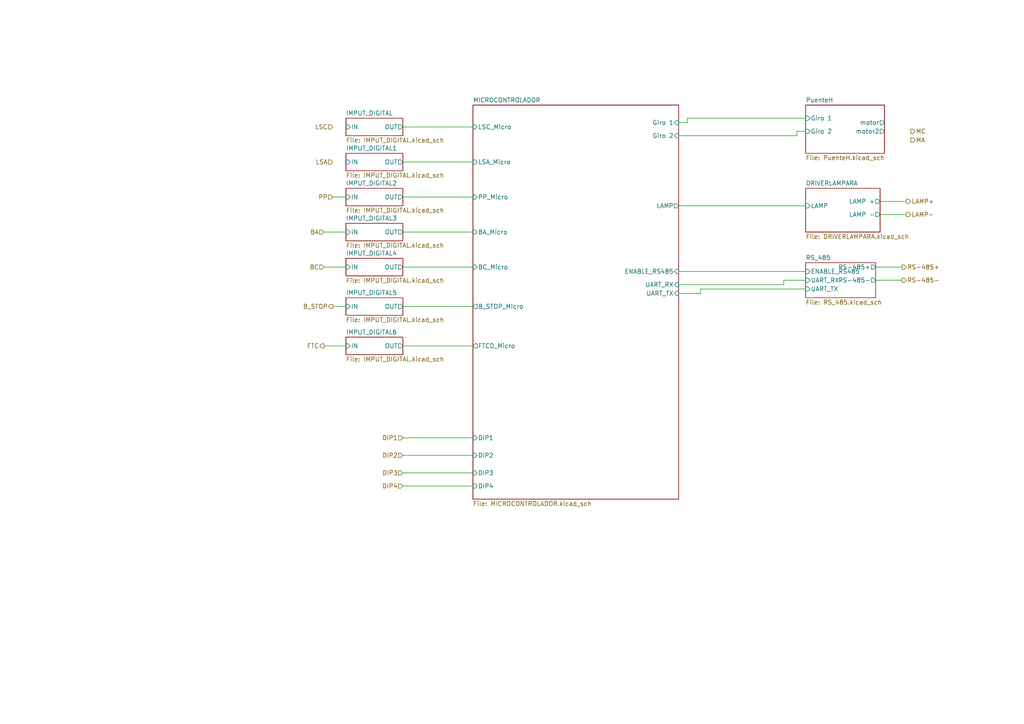
<source format=kicad_sch>
(kicad_sch
	(version 20250114)
	(generator "eeschema")
	(generator_version "9.0")
	(uuid "125be472-6ce1-47bb-a5ae-257a216a6d21")
	(paper "A4")
	(lib_symbols)
	(wire
		(pts
			(xy 231.14 39.37) (xy 231.14 38.1)
		)
		(stroke
			(width 0)
			(type default)
		)
		(uuid "0786ce4c-90fb-444d-b894-a60a9e746ce3")
	)
	(wire
		(pts
			(xy 116.84 140.97) (xy 137.16 140.97)
		)
		(stroke
			(width 0)
			(type default)
		)
		(uuid "082f1f22-574c-4537-844a-de7404266044")
	)
	(wire
		(pts
			(xy 254 81.28) (xy 261.62 81.28)
		)
		(stroke
			(width 0)
			(type default)
		)
		(uuid "0aa6094a-7a43-4455-a478-ea3719516502")
	)
	(wire
		(pts
			(xy 227.33 81.28) (xy 233.68 81.28)
		)
		(stroke
			(width 0)
			(type default)
		)
		(uuid "0d696f71-555c-421f-8176-afd513377aec")
	)
	(wire
		(pts
			(xy 254 77.47) (xy 261.62 77.47)
		)
		(stroke
			(width 0)
			(type default)
		)
		(uuid "2ab44227-9324-4a82-84af-08886d01c5e4")
	)
	(wire
		(pts
			(xy 116.84 57.15) (xy 137.16 57.15)
		)
		(stroke
			(width 0)
			(type default)
		)
		(uuid "3209dce7-7037-4eec-bd00-0b64e11cad3b")
	)
	(wire
		(pts
			(xy 116.84 127) (xy 137.16 127)
		)
		(stroke
			(width 0)
			(type default)
		)
		(uuid "4111cd65-9659-48f6-a699-f459c491517f")
	)
	(wire
		(pts
			(xy 196.85 82.55) (xy 227.33 82.55)
		)
		(stroke
			(width 0)
			(type default)
		)
		(uuid "535a1783-5ead-413a-af1e-ae615bc22ed7")
	)
	(wire
		(pts
			(xy 116.84 132.08) (xy 137.16 132.08)
		)
		(stroke
			(width 0)
			(type default)
		)
		(uuid "636b5388-a337-4509-82d4-e647a82d316b")
	)
	(wire
		(pts
			(xy 203.2 85.09) (xy 196.85 85.09)
		)
		(stroke
			(width 0)
			(type default)
		)
		(uuid "698e7462-727f-4d48-84a8-bba5aba1631b")
	)
	(wire
		(pts
			(xy 96.52 88.9) (xy 100.33 88.9)
		)
		(stroke
			(width 0)
			(type default)
		)
		(uuid "69b34417-81b5-4f31-ab63-9e0bd46a95c9")
	)
	(wire
		(pts
			(xy 233.68 83.82) (xy 203.2 83.82)
		)
		(stroke
			(width 0)
			(type default)
		)
		(uuid "6a44202b-1d76-4b67-9a9a-6a80470fb9f1")
	)
	(wire
		(pts
			(xy 116.84 67.31) (xy 137.16 67.31)
		)
		(stroke
			(width 0)
			(type default)
		)
		(uuid "734d2886-f7ed-4f2a-9af1-4235cc861406")
	)
	(wire
		(pts
			(xy 196.85 78.74) (xy 233.68 78.74)
		)
		(stroke
			(width 0)
			(type default)
		)
		(uuid "80b6b8ce-b0e8-4753-a931-f4f5d3e83877")
	)
	(wire
		(pts
			(xy 116.84 36.83) (xy 137.16 36.83)
		)
		(stroke
			(width 0)
			(type default)
		)
		(uuid "818e7919-a546-47a3-992d-4396dd2347b8")
	)
	(wire
		(pts
			(xy 93.98 67.31) (xy 100.33 67.31)
		)
		(stroke
			(width 0)
			(type default)
		)
		(uuid "8a1412bc-446c-4306-8fc1-5e90c461a4d2")
	)
	(wire
		(pts
			(xy 199.39 34.29) (xy 199.39 35.56)
		)
		(stroke
			(width 0)
			(type default)
		)
		(uuid "8dbd4aee-dfec-46d6-a058-7aebf78946d0")
	)
	(wire
		(pts
			(xy 93.98 100.33) (xy 100.33 100.33)
		)
		(stroke
			(width 0)
			(type default)
		)
		(uuid "a0c658cb-2b0f-463b-a648-7f7324b3ef0c")
	)
	(wire
		(pts
			(xy 227.33 82.55) (xy 227.33 81.28)
		)
		(stroke
			(width 0)
			(type default)
		)
		(uuid "a36cbc9e-f287-4c48-9aa3-666aa1a4c5d2")
	)
	(wire
		(pts
			(xy 116.84 46.99) (xy 137.16 46.99)
		)
		(stroke
			(width 0)
			(type default)
		)
		(uuid "a94c3b13-2882-46ba-90da-0785e45d1ee1")
	)
	(wire
		(pts
			(xy 255.27 58.42) (xy 262.89 58.42)
		)
		(stroke
			(width 0)
			(type default)
		)
		(uuid "b47d2003-55db-4c4a-9439-7fd093b65040")
	)
	(wire
		(pts
			(xy 116.84 137.16) (xy 137.16 137.16)
		)
		(stroke
			(width 0)
			(type default)
		)
		(uuid "b778a744-d2af-4773-a8fb-4d8d651011cc")
	)
	(wire
		(pts
			(xy 196.85 39.37) (xy 231.14 39.37)
		)
		(stroke
			(width 0)
			(type default)
		)
		(uuid "c292c45a-613b-491b-a2f1-ae839cf712d1")
	)
	(wire
		(pts
			(xy 96.52 57.15) (xy 100.33 57.15)
		)
		(stroke
			(width 0)
			(type default)
		)
		(uuid "c8041a06-0ac0-4ae6-823a-bcfb3aad6ceb")
	)
	(wire
		(pts
			(xy 231.14 38.1) (xy 233.68 38.1)
		)
		(stroke
			(width 0)
			(type default)
		)
		(uuid "cb2f5fae-2dbd-4661-b584-48f97479b53d")
	)
	(wire
		(pts
			(xy 116.84 77.47) (xy 137.16 77.47)
		)
		(stroke
			(width 0)
			(type default)
		)
		(uuid "d014bf33-0ce5-45e3-8b54-ec7288fde951")
	)
	(wire
		(pts
			(xy 93.98 77.47) (xy 100.33 77.47)
		)
		(stroke
			(width 0)
			(type default)
		)
		(uuid "d33385fd-ddfe-433d-a99c-f17c2a809390")
	)
	(wire
		(pts
			(xy 116.84 100.33) (xy 137.16 100.33)
		)
		(stroke
			(width 0)
			(type default)
		)
		(uuid "d37871fd-7cd0-4a7b-9bd5-80e526de6a26")
	)
	(wire
		(pts
			(xy 203.2 83.82) (xy 203.2 85.09)
		)
		(stroke
			(width 0)
			(type default)
		)
		(uuid "e4a8dc97-7af2-4825-9ed5-e5cfef54edcb")
	)
	(wire
		(pts
			(xy 233.68 34.29) (xy 199.39 34.29)
		)
		(stroke
			(width 0)
			(type default)
		)
		(uuid "f4f11558-2b18-4b74-84cb-0844f925fe20")
	)
	(wire
		(pts
			(xy 116.84 88.9) (xy 137.16 88.9)
		)
		(stroke
			(width 0)
			(type default)
		)
		(uuid "f7f6f29b-2d80-4488-a670-00186b0f9a32")
	)
	(wire
		(pts
			(xy 196.85 59.69) (xy 233.68 59.69)
		)
		(stroke
			(width 0)
			(type default)
		)
		(uuid "f88129a2-9134-4361-ac82-93b0b37ba1be")
	)
	(wire
		(pts
			(xy 255.27 62.23) (xy 262.89 62.23)
		)
		(stroke
			(width 0)
			(type default)
		)
		(uuid "f8818c6b-1f0e-4916-87dc-de493acdc02f")
	)
	(wire
		(pts
			(xy 199.39 35.56) (xy 196.85 35.56)
		)
		(stroke
			(width 0)
			(type default)
		)
		(uuid "fa053dde-b1b2-4936-963f-b76a88b6c815")
	)
	(hierarchical_label "MA"
		(shape output)
		(at 264.16 40.64 0)
		(effects
			(font
				(size 1.27 1.27)
			)
			(justify left)
		)
		(uuid "01984ad3-90db-44e8-8fc7-7c5163a50a8c")
	)
	(hierarchical_label "LSA"
		(shape input)
		(at 96.52 46.99 180)
		(effects
			(font
				(size 1.27 1.27)
			)
			(justify right)
		)
		(uuid "38fae196-df2f-43ac-9183-467a0910ad07")
	)
	(hierarchical_label "RS-485+"
		(shape output)
		(at 261.62 77.47 0)
		(effects
			(font
				(size 1.27 1.27)
			)
			(justify left)
		)
		(uuid "39a95ebe-905f-4038-b15a-8349ebedde9c")
	)
	(hierarchical_label "BA"
		(shape input)
		(at 93.98 67.31 180)
		(effects
			(font
				(size 1.27 1.27)
			)
			(justify right)
		)
		(uuid "534b08ef-b9fa-42fc-812c-405ae710f796")
	)
	(hierarchical_label "FTC"
		(shape output)
		(at 93.98 100.33 180)
		(effects
			(font
				(size 1.27 1.27)
			)
			(justify right)
		)
		(uuid "5fb6166c-5db6-4f8b-b349-517db58d5b00")
	)
	(hierarchical_label "PP"
		(shape input)
		(at 96.52 57.15 180)
		(effects
			(font
				(size 1.27 1.27)
			)
			(justify right)
		)
		(uuid "60ecac7d-0ceb-42c2-8a4b-27626fc5e042")
	)
	(hierarchical_label "BC"
		(shape input)
		(at 93.98 77.47 180)
		(effects
			(font
				(size 1.27 1.27)
			)
			(justify right)
		)
		(uuid "611e6532-179f-41da-bdc7-825578212f7c")
	)
	(hierarchical_label "LAMP+"
		(shape output)
		(at 262.89 58.42 0)
		(effects
			(font
				(size 1.27 1.27)
			)
			(justify left)
		)
		(uuid "8df5b2d4-bb4d-417b-8cff-820acd7d91d2")
	)
	(hierarchical_label "DIP4"
		(shape input)
		(at 116.84 140.97 180)
		(effects
			(font
				(size 1.27 1.27)
			)
			(justify right)
		)
		(uuid "969de5b4-005e-46ef-a95f-b005eb44af54")
	)
	(hierarchical_label "B_STOP"
		(shape output)
		(at 96.52 88.9 180)
		(effects
			(font
				(size 1.27 1.27)
			)
			(justify right)
		)
		(uuid "96dd9217-6af7-44db-9a8a-82cc3ccd443a")
	)
	(hierarchical_label "RS-485-"
		(shape output)
		(at 261.62 81.28 0)
		(effects
			(font
				(size 1.27 1.27)
			)
			(justify left)
		)
		(uuid "aa6342be-3c94-4574-acf0-d34431d1937b")
	)
	(hierarchical_label "DIP1"
		(shape input)
		(at 116.84 127 180)
		(effects
			(font
				(size 1.27 1.27)
			)
			(justify right)
		)
		(uuid "c0aef41f-a6c9-4403-ae4d-f71738a80689")
	)
	(hierarchical_label "MC"
		(shape output)
		(at 264.16 38.1 0)
		(effects
			(font
				(size 1.27 1.27)
			)
			(justify left)
		)
		(uuid "cae90ff5-5f2d-4ba5-b722-a65aa10d4bdf")
	)
	(hierarchical_label "LSC"
		(shape input)
		(at 96.52 36.83 180)
		(effects
			(font
				(size 1.27 1.27)
			)
			(justify right)
		)
		(uuid "e06a21b0-cad7-41c9-bbe7-6be12c1a3298")
	)
	(hierarchical_label "LAMP-"
		(shape output)
		(at 262.89 62.23 0)
		(effects
			(font
				(size 1.27 1.27)
			)
			(justify left)
		)
		(uuid "e69fa928-8844-49ce-bbb0-9468a1dd6765")
	)
	(hierarchical_label "DIP2"
		(shape input)
		(at 116.84 132.08 180)
		(effects
			(font
				(size 1.27 1.27)
			)
			(justify right)
		)
		(uuid "f1ce4520-c4d7-41ec-adce-481a062f7d3a")
	)
	(hierarchical_label "DIP3"
		(shape input)
		(at 116.84 137.16 180)
		(effects
			(font
				(size 1.27 1.27)
			)
			(justify right)
		)
		(uuid "fdfeacd5-26c0-4678-a5f3-25e81203f536")
	)
	(sheet
		(at 100.33 97.79)
		(size 16.51 5.08)
		(exclude_from_sim no)
		(in_bom yes)
		(on_board yes)
		(dnp no)
		(fields_autoplaced yes)
		(stroke
			(width 0.1524)
			(type solid)
		)
		(fill
			(color 0 0 0 0.0000)
		)
		(uuid "10f09ed7-693a-422a-b824-506b4c33d1e0")
		(property "Sheetname" "IMPUT_DIGITAL6"
			(at 100.33 97.0784 0)
			(effects
				(font
					(size 1.27 1.27)
				)
				(justify left bottom)
			)
		)
		(property "Sheetfile" "IMPUT_DIGITAL.kicad_sch"
			(at 100.33 103.4546 0)
			(effects
				(font
					(size 1.27 1.27)
				)
				(justify left top)
			)
		)
		(pin "IN" input
			(at 100.33 100.33 180)
			(uuid "fd703d49-da0a-4dfe-a766-05bffb12febf")
			(effects
				(font
					(size 1.27 1.27)
				)
				(justify left)
			)
		)
		(pin "OUT" output
			(at 116.84 100.33 0)
			(uuid "d499ee46-346d-46e3-ade2-c757f3ac13d2")
			(effects
				(font
					(size 1.27 1.27)
				)
				(justify right)
			)
		)
		(instances
			(project "micro autodoor"
				(path "/3dc9151e-2269-486b-a333-294da30e5c12/89682661-a5af-4e01-91f4-ddf79f61a74f"
					(page "9")
				)
			)
		)
	)
	(sheet
		(at 100.33 64.77)
		(size 16.51 5.08)
		(exclude_from_sim no)
		(in_bom yes)
		(on_board yes)
		(dnp no)
		(fields_autoplaced yes)
		(stroke
			(width 0.1524)
			(type solid)
		)
		(fill
			(color 0 0 0 0.0000)
		)
		(uuid "280196e7-bfd2-46e2-9d5b-e8ef8fc11310")
		(property "Sheetname" "IMPUT_DIGITAL3"
			(at 100.33 64.0584 0)
			(effects
				(font
					(size 1.27 1.27)
				)
				(justify left bottom)
			)
		)
		(property "Sheetfile" "IMPUT_DIGITAL.kicad_sch"
			(at 100.33 70.4346 0)
			(effects
				(font
					(size 1.27 1.27)
				)
				(justify left top)
			)
		)
		(pin "IN" input
			(at 100.33 67.31 180)
			(uuid "3fb8d794-16d9-4959-a473-ec9fa201e6bf")
			(effects
				(font
					(size 1.27 1.27)
				)
				(justify left)
			)
		)
		(pin "OUT" output
			(at 116.84 67.31 0)
			(uuid "e9aac15d-c2cd-4848-bc0b-1d5535b06d70")
			(effects
				(font
					(size 1.27 1.27)
				)
				(justify right)
			)
		)
		(instances
			(project "micro autodoor"
				(path "/3dc9151e-2269-486b-a333-294da30e5c12/89682661-a5af-4e01-91f4-ddf79f61a74f"
					(page "6")
				)
			)
		)
	)
	(sheet
		(at 233.68 30.48)
		(size 22.86 13.97)
		(exclude_from_sim no)
		(in_bom yes)
		(on_board yes)
		(dnp no)
		(fields_autoplaced yes)
		(stroke
			(width 0.1524)
			(type solid)
		)
		(fill
			(color 0 0 0 0.0000)
		)
		(uuid "34b9efe2-5197-45fb-b29e-a1fd544c7eca")
		(property "Sheetname" "PuenteH"
			(at 233.68 29.7684 0)
			(effects
				(font
					(size 1.27 1.27)
				)
				(justify left bottom)
			)
		)
		(property "Sheetfile" "PuenteH.kicad_sch"
			(at 233.68 45.0346 0)
			(effects
				(font
					(size 1.27 1.27)
				)
				(justify left top)
			)
		)
		(pin "Giro 1" input
			(at 233.68 34.29 180)
			(uuid "304897c8-5cb6-4a6d-9afc-280b3d73f41a")
			(effects
				(font
					(size 1.27 1.27)
				)
				(justify left)
			)
		)
		(pin "Giro 2" input
			(at 233.68 38.1 180)
			(uuid "5c37da68-28aa-420f-a9a7-6f73098b053c")
			(effects
				(font
					(size 1.27 1.27)
				)
				(justify left)
			)
		)
		(pin "motor" output
			(at 256.54 35.56 0)
			(uuid "4dbea2e7-098e-428b-8d75-bdf478eb84d3")
			(effects
				(font
					(size 1.27 1.27)
				)
				(justify right)
			)
		)
		(pin "motor2" output
			(at 256.54 38.1 0)
			(uuid "911bc058-331f-4153-9bce-e7436e247306")
			(effects
				(font
					(size 1.27 1.27)
				)
				(justify right)
			)
		)
		(instances
			(project "micro autodoor"
				(path "/3dc9151e-2269-486b-a333-294da30e5c12/89682661-a5af-4e01-91f4-ddf79f61a74f"
					(page "14")
				)
			)
		)
	)
	(sheet
		(at 100.33 34.29)
		(size 16.51 5.08)
		(exclude_from_sim no)
		(in_bom yes)
		(on_board yes)
		(dnp no)
		(fields_autoplaced yes)
		(stroke
			(width 0.1524)
			(type solid)
		)
		(fill
			(color 0 0 0 0.0000)
		)
		(uuid "68f2909c-a073-4cd8-9035-4f8f97470463")
		(property "Sheetname" "IMPUT_DIGITAL"
			(at 100.33 33.5784 0)
			(effects
				(font
					(size 1.27 1.27)
				)
				(justify left bottom)
			)
		)
		(property "Sheetfile" "IMPUT_DIGITAL.kicad_sch"
			(at 100.33 39.9546 0)
			(effects
				(font
					(size 1.27 1.27)
				)
				(justify left top)
			)
		)
		(pin "IN" input
			(at 100.33 36.83 180)
			(uuid "5678722b-de2d-45b3-8b92-e5128fda0c99")
			(effects
				(font
					(size 1.27 1.27)
				)
				(justify left)
			)
		)
		(pin "OUT" output
			(at 116.84 36.83 0)
			(uuid "dff5a509-158b-4d8b-aa8d-8cafc599e2a9")
			(effects
				(font
					(size 1.27 1.27)
				)
				(justify right)
			)
		)
		(instances
			(project "micro autodoor"
				(path "/3dc9151e-2269-486b-a333-294da30e5c12/89682661-a5af-4e01-91f4-ddf79f61a74f"
					(page "3")
				)
			)
		)
	)
	(sheet
		(at 137.16 30.48)
		(size 59.69 114.3)
		(exclude_from_sim no)
		(in_bom yes)
		(on_board yes)
		(dnp no)
		(fields_autoplaced yes)
		(stroke
			(width 0.1524)
			(type solid)
		)
		(fill
			(color 0 0 0 0.0000)
		)
		(uuid "789938ee-f788-44c7-ba63-cd968574ee84")
		(property "Sheetname" "MICROCONTROLADOR"
			(at 137.16 29.7684 0)
			(effects
				(font
					(size 1.27 1.27)
				)
				(justify left bottom)
			)
		)
		(property "Sheetfile" "MICROCONTROLADOR.kicad_sch"
			(at 137.16 145.3646 0)
			(effects
				(font
					(size 1.27 1.27)
				)
				(justify left top)
			)
		)
		(pin "DIP1" input
			(at 137.16 127 180)
			(uuid "2a42820a-4a0c-425c-8c54-8af59ccd164d")
			(effects
				(font
					(size 1.27 1.27)
				)
				(justify left)
			)
		)
		(pin "DIP2" input
			(at 137.16 132.08 180)
			(uuid "f8199478-4a29-4f34-8cb8-bd8cfe757aac")
			(effects
				(font
					(size 1.27 1.27)
				)
				(justify left)
			)
		)
		(pin "DIP3" input
			(at 137.16 137.16 180)
			(uuid "f43177d4-39d0-4de3-bf29-8616d155d66c")
			(effects
				(font
					(size 1.27 1.27)
				)
				(justify left)
			)
		)
		(pin "DIP4" input
			(at 137.16 140.97 180)
			(uuid "eda5270e-6c3c-4cb5-bd4e-b464b15be694")
			(effects
				(font
					(size 1.27 1.27)
				)
				(justify left)
			)
		)
		(pin "BA_Micro" input
			(at 137.16 67.31 180)
			(uuid "369496d5-51ac-4497-8026-682e8245aa36")
			(effects
				(font
					(size 1.27 1.27)
				)
				(justify left)
			)
		)
		(pin "BC_Micro" input
			(at 137.16 77.47 180)
			(uuid "f58f4b1f-f2ff-4dd1-9f6a-a8bb974e69a7")
			(effects
				(font
					(size 1.27 1.27)
				)
				(justify left)
			)
		)
		(pin "B_STOP_Micro" output
			(at 137.16 88.9 180)
			(uuid "0ba7218b-9d13-4a6b-8a4c-1941b222e9bc")
			(effects
				(font
					(size 1.27 1.27)
				)
				(justify left)
			)
		)
		(pin "FTCD_Micro" output
			(at 137.16 100.33 180)
			(uuid "44406924-f437-4ef8-8a3d-da91cd5399b8")
			(effects
				(font
					(size 1.27 1.27)
				)
				(justify left)
			)
		)
		(pin "LSA_Micro" input
			(at 137.16 46.99 180)
			(uuid "ae383517-d8a4-4a57-b097-f77d68e9b71f")
			(effects
				(font
					(size 1.27 1.27)
				)
				(justify left)
			)
		)
		(pin "LSC_Micro" input
			(at 137.16 36.83 180)
			(uuid "5effdbff-ddad-4644-a4be-3f8d9493c228")
			(effects
				(font
					(size 1.27 1.27)
				)
				(justify left)
			)
		)
		(pin "PP_Micro" input
			(at 137.16 57.15 180)
			(uuid "f77f20a1-9794-4c82-90e7-bbc84c7a75af")
			(effects
				(font
					(size 1.27 1.27)
				)
				(justify left)
			)
		)
		(pin "ENABLE_RS485" input
			(at 196.85 78.74 0)
			(uuid "356aae74-6d3a-475b-ba39-694077a7ff3b")
			(effects
				(font
					(size 1.27 1.27)
				)
				(justify right)
			)
		)
		(pin "Giro 1" input
			(at 196.85 35.56 0)
			(uuid "6a825098-631d-48a0-9a24-e36112eada7d")
			(effects
				(font
					(size 1.27 1.27)
				)
				(justify right)
			)
		)
		(pin "Giro 2" input
			(at 196.85 39.37 0)
			(uuid "189a4d4a-d46a-4fa3-8c68-8b2ca0744a09")
			(effects
				(font
					(size 1.27 1.27)
				)
				(justify right)
			)
		)
		(pin "UART_RX" input
			(at 196.85 82.55 0)
			(uuid "bb30285d-8ff9-41cd-88d8-3900857ca92b")
			(effects
				(font
					(size 1.27 1.27)
				)
				(justify right)
			)
		)
		(pin "UART_TX" input
			(at 196.85 85.09 0)
			(uuid "58a468e6-5ffa-4d85-bf87-dc028db2ea80")
			(effects
				(font
					(size 1.27 1.27)
				)
				(justify right)
			)
		)
		(pin "LAMP" output
			(at 196.85 59.69 0)
			(uuid "b5d2b884-f1ee-47b0-b4fb-d32519ba1402")
			(effects
				(font
					(size 1.27 1.27)
				)
				(justify right)
			)
		)
		(instances
			(project "micro autodoor"
				(path "/3dc9151e-2269-486b-a333-294da30e5c12/89682661-a5af-4e01-91f4-ddf79f61a74f"
					(page "12")
				)
			)
		)
	)
	(sheet
		(at 100.33 74.93)
		(size 16.51 5.08)
		(exclude_from_sim no)
		(in_bom yes)
		(on_board yes)
		(dnp no)
		(fields_autoplaced yes)
		(stroke
			(width 0.1524)
			(type solid)
		)
		(fill
			(color 0 0 0 0.0000)
		)
		(uuid "7bb098ed-5d2e-4361-9d1c-db115631761f")
		(property "Sheetname" "IMPUT_DIGITAL4"
			(at 100.33 74.2184 0)
			(effects
				(font
					(size 1.27 1.27)
				)
				(justify left bottom)
			)
		)
		(property "Sheetfile" "IMPUT_DIGITAL.kicad_sch"
			(at 100.33 80.5946 0)
			(effects
				(font
					(size 1.27 1.27)
				)
				(justify left top)
			)
		)
		(pin "IN" input
			(at 100.33 77.47 180)
			(uuid "27b1be8b-6f48-455a-836b-ef844ff3f74b")
			(effects
				(font
					(size 1.27 1.27)
				)
				(justify left)
			)
		)
		(pin "OUT" output
			(at 116.84 77.47 0)
			(uuid "d48bcb99-bd5d-47c1-b366-d49628927cf2")
			(effects
				(font
					(size 1.27 1.27)
				)
				(justify right)
			)
		)
		(instances
			(project "micro autodoor"
				(path "/3dc9151e-2269-486b-a333-294da30e5c12/89682661-a5af-4e01-91f4-ddf79f61a74f"
					(page "7")
				)
			)
		)
	)
	(sheet
		(at 100.33 44.45)
		(size 16.51 5.08)
		(exclude_from_sim no)
		(in_bom yes)
		(on_board yes)
		(dnp no)
		(fields_autoplaced yes)
		(stroke
			(width 0.1524)
			(type solid)
		)
		(fill
			(color 0 0 0 0.0000)
		)
		(uuid "982a2068-76fe-4876-8e52-502bb200b2e6")
		(property "Sheetname" "IMPUT_DIGITAL1"
			(at 100.33 43.7384 0)
			(effects
				(font
					(size 1.27 1.27)
				)
				(justify left bottom)
			)
		)
		(property "Sheetfile" "IMPUT_DIGITAL.kicad_sch"
			(at 100.33 50.1146 0)
			(effects
				(font
					(size 1.27 1.27)
				)
				(justify left top)
			)
		)
		(pin "IN" input
			(at 100.33 46.99 180)
			(uuid "510f6591-4a14-421c-82e0-f4406fbae833")
			(effects
				(font
					(size 1.27 1.27)
				)
				(justify left)
			)
		)
		(pin "OUT" output
			(at 116.84 46.99 0)
			(uuid "2543113a-78c0-409e-a867-6106ad4e65a0")
			(effects
				(font
					(size 1.27 1.27)
				)
				(justify right)
			)
		)
		(instances
			(project "micro autodoor"
				(path "/3dc9151e-2269-486b-a333-294da30e5c12/89682661-a5af-4e01-91f4-ddf79f61a74f"
					(page "4")
				)
			)
		)
	)
	(sheet
		(at 100.33 54.61)
		(size 16.51 5.08)
		(exclude_from_sim no)
		(in_bom yes)
		(on_board yes)
		(dnp no)
		(fields_autoplaced yes)
		(stroke
			(width 0.1524)
			(type solid)
		)
		(fill
			(color 0 0 0 0.0000)
		)
		(uuid "a7a9956c-f0a9-4651-94f3-fdad442f5e6f")
		(property "Sheetname" "IMPUT_DIGITAL2"
			(at 100.33 53.8984 0)
			(effects
				(font
					(size 1.27 1.27)
				)
				(justify left bottom)
			)
		)
		(property "Sheetfile" "IMPUT_DIGITAL.kicad_sch"
			(at 100.33 60.2746 0)
			(effects
				(font
					(size 1.27 1.27)
				)
				(justify left top)
			)
		)
		(pin "IN" input
			(at 100.33 57.15 180)
			(uuid "4828c7ab-e696-4dfb-8a35-e53074c9fdc9")
			(effects
				(font
					(size 1.27 1.27)
				)
				(justify left)
			)
		)
		(pin "OUT" output
			(at 116.84 57.15 0)
			(uuid "a14432ca-8f7f-487a-a3f0-5984eb5cfcad")
			(effects
				(font
					(size 1.27 1.27)
				)
				(justify right)
			)
		)
		(instances
			(project "micro autodoor"
				(path "/3dc9151e-2269-486b-a333-294da30e5c12/89682661-a5af-4e01-91f4-ddf79f61a74f"
					(page "5")
				)
			)
		)
	)
	(sheet
		(at 233.68 76.2)
		(size 20.32 10.16)
		(exclude_from_sim no)
		(in_bom yes)
		(on_board yes)
		(dnp no)
		(fields_autoplaced yes)
		(stroke
			(width 0.1524)
			(type solid)
		)
		(fill
			(color 0 0 0 0.0000)
		)
		(uuid "d5207355-d6cf-4380-8f7b-ff2e5dddf18c")
		(property "Sheetname" "RS_485"
			(at 233.68 75.4884 0)
			(effects
				(font
					(size 1.27 1.27)
				)
				(justify left bottom)
			)
		)
		(property "Sheetfile" "RS_485.kicad_sch"
			(at 233.68 86.9446 0)
			(effects
				(font
					(size 1.27 1.27)
				)
				(justify left top)
			)
		)
		(pin "ENABLE_RS485" input
			(at 233.68 78.74 180)
			(uuid "a9ef9605-24a2-460b-a51b-43a2a1c1789a")
			(effects
				(font
					(size 1.27 1.27)
				)
				(justify left)
			)
		)
		(pin "RS-485+" output
			(at 254 77.47 0)
			(uuid "af67d918-9e2b-443d-8d20-141a54360d4c")
			(effects
				(font
					(size 1.27 1.27)
				)
				(justify right)
			)
		)
		(pin "RS-485-" output
			(at 254 81.28 0)
			(uuid "93562428-1795-40f9-89a5-f1d6287a03cc")
			(effects
				(font
					(size 1.27 1.27)
				)
				(justify right)
			)
		)
		(pin "UART_RX" input
			(at 233.68 81.28 180)
			(uuid "10adaeaf-b543-49c7-89e8-0b9ee228d302")
			(effects
				(font
					(size 1.27 1.27)
				)
				(justify left)
			)
		)
		(pin "UART_TX" input
			(at 233.68 83.82 180)
			(uuid "460177f5-0cbf-479e-b4b6-4d72fbcae45b")
			(effects
				(font
					(size 1.27 1.27)
				)
				(justify left)
			)
		)
		(instances
			(project "micro autodoor"
				(path "/3dc9151e-2269-486b-a333-294da30e5c12/89682661-a5af-4e01-91f4-ddf79f61a74f"
					(page "16")
				)
			)
		)
	)
	(sheet
		(at 100.33 86.36)
		(size 16.51 5.08)
		(exclude_from_sim no)
		(in_bom yes)
		(on_board yes)
		(dnp no)
		(fields_autoplaced yes)
		(stroke
			(width 0.1524)
			(type solid)
		)
		(fill
			(color 0 0 0 0.0000)
		)
		(uuid "e70f0072-eaa2-4acf-a491-094f5ef4b0fa")
		(property "Sheetname" "IMPUT_DIGITAL5"
			(at 100.33 85.6484 0)
			(effects
				(font
					(size 1.27 1.27)
				)
				(justify left bottom)
			)
		)
		(property "Sheetfile" "IMPUT_DIGITAL.kicad_sch"
			(at 100.33 92.0246 0)
			(effects
				(font
					(size 1.27 1.27)
				)
				(justify left top)
			)
		)
		(pin "IN" input
			(at 100.33 88.9 180)
			(uuid "05598b8f-e05a-4280-a382-86c119e835bc")
			(effects
				(font
					(size 1.27 1.27)
				)
				(justify left)
			)
		)
		(pin "OUT" output
			(at 116.84 88.9 0)
			(uuid "f1ee771c-f550-47b7-a3e1-30d90c3fa3a5")
			(effects
				(font
					(size 1.27 1.27)
				)
				(justify right)
			)
		)
		(instances
			(project "micro autodoor"
				(path "/3dc9151e-2269-486b-a333-294da30e5c12/89682661-a5af-4e01-91f4-ddf79f61a74f"
					(page "8")
				)
			)
		)
	)
	(sheet
		(at 233.68 54.61)
		(size 21.59 12.7)
		(exclude_from_sim no)
		(in_bom yes)
		(on_board yes)
		(dnp no)
		(fields_autoplaced yes)
		(stroke
			(width 0.1524)
			(type solid)
		)
		(fill
			(color 0 0 0 0.0000)
		)
		(uuid "fb1be6a2-1904-4e68-857b-dfbe4dd02f87")
		(property "Sheetname" "DRIVERLAMPARA"
			(at 233.68 53.8984 0)
			(effects
				(font
					(size 1.27 1.27)
				)
				(justify left bottom)
			)
		)
		(property "Sheetfile" "DRIVERLAMPARA.kicad_sch"
			(at 233.68 67.8946 0)
			(effects
				(font
					(size 1.27 1.27)
				)
				(justify left top)
			)
		)
		(pin "LAMP" input
			(at 233.68 59.69 180)
			(uuid "a6dec48f-2a1c-4a23-ad80-4fc109632772")
			(effects
				(font
					(size 1.27 1.27)
				)
				(justify left)
			)
		)
		(pin "LAMP +" output
			(at 255.27 58.42 0)
			(uuid "6d97dcd1-0e56-4e3a-9b44-815008eead15")
			(effects
				(font
					(size 1.27 1.27)
				)
				(justify right)
			)
		)
		(pin "LAMP -" output
			(at 255.27 62.23 0)
			(uuid "ad85bdee-0761-4a7a-9df9-3dd80ad174be")
			(effects
				(font
					(size 1.27 1.27)
				)
				(justify right)
			)
		)
		(instances
			(project "micro autodoor"
				(path "/3dc9151e-2269-486b-a333-294da30e5c12/89682661-a5af-4e01-91f4-ddf79f61a74f"
					(page "15")
				)
			)
		)
	)
)

</source>
